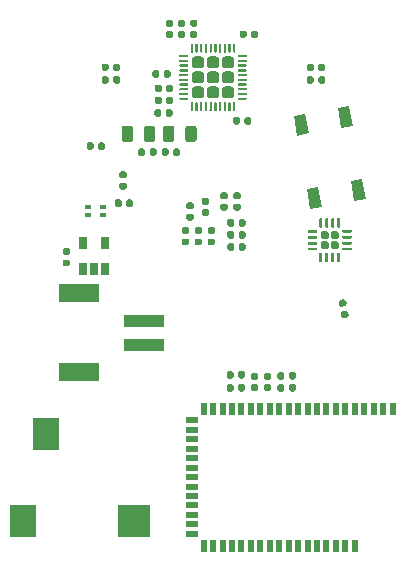
<source format=gbr>
G04 #@! TF.GenerationSoftware,KiCad,Pcbnew,(5.99.0-2290-gd34f8fd4b)*
G04 #@! TF.CreationDate,2020-11-06T19:29:50+01:00*
G04 #@! TF.ProjectId,Tympan-Nya,54796d70-616e-42d4-9e79-612e6b696361,rev?*
G04 #@! TF.SameCoordinates,PX6d878d0PY72e6100*
G04 #@! TF.FileFunction,Paste,Top*
G04 #@! TF.FilePolarity,Positive*
%FSLAX46Y46*%
G04 Gerber Fmt 4.6, Leading zero omitted, Abs format (unit mm)*
G04 Created by KiCad (PCBNEW (5.99.0-2290-gd34f8fd4b)) date 2020-11-06 19:29:50*
%MOMM*%
%LPD*%
G01*
G04 APERTURE LIST*
%ADD10R,2.200000X2.800000*%
%ADD11R,2.800000X2.800000*%
%ADD12R,0.650000X1.060000*%
%ADD13R,0.600000X1.000000*%
%ADD14R,1.000000X0.600000*%
%ADD15R,0.500000X0.400000*%
%ADD16R,3.500000X1.000000*%
%ADD17R,3.400000X1.500000*%
G04 APERTURE END LIST*
G36*
G01*
X-22061000Y48658000D02*
X-22581000Y48658000D01*
G75*
G02*
X-22831000Y48908000I0J250000D01*
G01*
X-22831000Y49428000D01*
G75*
G02*
X-22581000Y49678000I250000J0D01*
G01*
X-22061000Y49678000D01*
G75*
G02*
X-21811000Y49428000I0J-250000D01*
G01*
X-21811000Y48908000D01*
G75*
G02*
X-22061000Y48658000I-250000J0D01*
G01*
G37*
G36*
G01*
X-23331000Y48658000D02*
X-23851000Y48658000D01*
G75*
G02*
X-24101000Y48908000I0J250000D01*
G01*
X-24101000Y49428000D01*
G75*
G02*
X-23851000Y49678000I250000J0D01*
G01*
X-23331000Y49678000D01*
G75*
G02*
X-23081000Y49428000I0J-250000D01*
G01*
X-23081000Y48908000D01*
G75*
G02*
X-23331000Y48658000I-250000J0D01*
G01*
G37*
G36*
G01*
X-24601000Y48658000D02*
X-25121000Y48658000D01*
G75*
G02*
X-25371000Y48908000I0J250000D01*
G01*
X-25371000Y49428000D01*
G75*
G02*
X-25121000Y49678000I250000J0D01*
G01*
X-24601000Y49678000D01*
G75*
G02*
X-24351000Y49428000I0J-250000D01*
G01*
X-24351000Y48908000D01*
G75*
G02*
X-24601000Y48658000I-250000J0D01*
G01*
G37*
G36*
G01*
X-22061000Y47388000D02*
X-22581000Y47388000D01*
G75*
G02*
X-22831000Y47638000I0J250000D01*
G01*
X-22831000Y48158000D01*
G75*
G02*
X-22581000Y48408000I250000J0D01*
G01*
X-22061000Y48408000D01*
G75*
G02*
X-21811000Y48158000I0J-250000D01*
G01*
X-21811000Y47638000D01*
G75*
G02*
X-22061000Y47388000I-250000J0D01*
G01*
G37*
G36*
G01*
X-23331000Y47388000D02*
X-23851000Y47388000D01*
G75*
G02*
X-24101000Y47638000I0J250000D01*
G01*
X-24101000Y48158000D01*
G75*
G02*
X-23851000Y48408000I250000J0D01*
G01*
X-23331000Y48408000D01*
G75*
G02*
X-23081000Y48158000I0J-250000D01*
G01*
X-23081000Y47638000D01*
G75*
G02*
X-23331000Y47388000I-250000J0D01*
G01*
G37*
G36*
G01*
X-24601000Y47388000D02*
X-25121000Y47388000D01*
G75*
G02*
X-25371000Y47638000I0J250000D01*
G01*
X-25371000Y48158000D01*
G75*
G02*
X-25121000Y48408000I250000J0D01*
G01*
X-24601000Y48408000D01*
G75*
G02*
X-24351000Y48158000I0J-250000D01*
G01*
X-24351000Y47638000D01*
G75*
G02*
X-24601000Y47388000I-250000J0D01*
G01*
G37*
G36*
G01*
X-22061000Y46118000D02*
X-22581000Y46118000D01*
G75*
G02*
X-22831000Y46368000I0J250000D01*
G01*
X-22831000Y46888000D01*
G75*
G02*
X-22581000Y47138000I250000J0D01*
G01*
X-22061000Y47138000D01*
G75*
G02*
X-21811000Y46888000I0J-250000D01*
G01*
X-21811000Y46368000D01*
G75*
G02*
X-22061000Y46118000I-250000J0D01*
G01*
G37*
G36*
G01*
X-23331000Y46118000D02*
X-23851000Y46118000D01*
G75*
G02*
X-24101000Y46368000I0J250000D01*
G01*
X-24101000Y46888000D01*
G75*
G02*
X-23851000Y47138000I250000J0D01*
G01*
X-23331000Y47138000D01*
G75*
G02*
X-23081000Y46888000I0J-250000D01*
G01*
X-23081000Y46368000D01*
G75*
G02*
X-23331000Y46118000I-250000J0D01*
G01*
G37*
G36*
G01*
X-24601000Y46118000D02*
X-25121000Y46118000D01*
G75*
G02*
X-25371000Y46368000I0J250000D01*
G01*
X-25371000Y46888000D01*
G75*
G02*
X-25121000Y47138000I250000J0D01*
G01*
X-24601000Y47138000D01*
G75*
G02*
X-24351000Y46888000I0J-250000D01*
G01*
X-24351000Y46368000D01*
G75*
G02*
X-24601000Y46118000I-250000J0D01*
G01*
G37*
G36*
G01*
X-25741000Y45998000D02*
X-26391000Y45998000D01*
G75*
G02*
X-26441000Y46048000I0J50000D01*
G01*
X-26441000Y46148000D01*
G75*
G02*
X-26391000Y46198000I50000J0D01*
G01*
X-25741000Y46198000D01*
G75*
G02*
X-25691000Y46148000I0J-50000D01*
G01*
X-25691000Y46048000D01*
G75*
G02*
X-25741000Y45998000I-50000J0D01*
G01*
G37*
G36*
G01*
X-25741000Y46398000D02*
X-26391000Y46398000D01*
G75*
G02*
X-26441000Y46448000I0J50000D01*
G01*
X-26441000Y46548000D01*
G75*
G02*
X-26391000Y46598000I50000J0D01*
G01*
X-25741000Y46598000D01*
G75*
G02*
X-25691000Y46548000I0J-50000D01*
G01*
X-25691000Y46448000D01*
G75*
G02*
X-25741000Y46398000I-50000J0D01*
G01*
G37*
G36*
G01*
X-25741000Y46798000D02*
X-26391000Y46798000D01*
G75*
G02*
X-26441000Y46848000I0J50000D01*
G01*
X-26441000Y46948000D01*
G75*
G02*
X-26391000Y46998000I50000J0D01*
G01*
X-25741000Y46998000D01*
G75*
G02*
X-25691000Y46948000I0J-50000D01*
G01*
X-25691000Y46848000D01*
G75*
G02*
X-25741000Y46798000I-50000J0D01*
G01*
G37*
G36*
G01*
X-25741000Y47198000D02*
X-26391000Y47198000D01*
G75*
G02*
X-26441000Y47248000I0J50000D01*
G01*
X-26441000Y47348000D01*
G75*
G02*
X-26391000Y47398000I50000J0D01*
G01*
X-25741000Y47398000D01*
G75*
G02*
X-25691000Y47348000I0J-50000D01*
G01*
X-25691000Y47248000D01*
G75*
G02*
X-25741000Y47198000I-50000J0D01*
G01*
G37*
G36*
G01*
X-25741000Y47598000D02*
X-26391000Y47598000D01*
G75*
G02*
X-26441000Y47648000I0J50000D01*
G01*
X-26441000Y47748000D01*
G75*
G02*
X-26391000Y47798000I50000J0D01*
G01*
X-25741000Y47798000D01*
G75*
G02*
X-25691000Y47748000I0J-50000D01*
G01*
X-25691000Y47648000D01*
G75*
G02*
X-25741000Y47598000I-50000J0D01*
G01*
G37*
G36*
G01*
X-25741000Y47998000D02*
X-26391000Y47998000D01*
G75*
G02*
X-26441000Y48048000I0J50000D01*
G01*
X-26441000Y48148000D01*
G75*
G02*
X-26391000Y48198000I50000J0D01*
G01*
X-25741000Y48198000D01*
G75*
G02*
X-25691000Y48148000I0J-50000D01*
G01*
X-25691000Y48048000D01*
G75*
G02*
X-25741000Y47998000I-50000J0D01*
G01*
G37*
G36*
G01*
X-25741000Y48398000D02*
X-26391000Y48398000D01*
G75*
G02*
X-26441000Y48448000I0J50000D01*
G01*
X-26441000Y48548000D01*
G75*
G02*
X-26391000Y48598000I50000J0D01*
G01*
X-25741000Y48598000D01*
G75*
G02*
X-25691000Y48548000I0J-50000D01*
G01*
X-25691000Y48448000D01*
G75*
G02*
X-25741000Y48398000I-50000J0D01*
G01*
G37*
G36*
G01*
X-25741000Y48798000D02*
X-26391000Y48798000D01*
G75*
G02*
X-26441000Y48848000I0J50000D01*
G01*
X-26441000Y48948000D01*
G75*
G02*
X-26391000Y48998000I50000J0D01*
G01*
X-25741000Y48998000D01*
G75*
G02*
X-25691000Y48948000I0J-50000D01*
G01*
X-25691000Y48848000D01*
G75*
G02*
X-25741000Y48798000I-50000J0D01*
G01*
G37*
G36*
G01*
X-25741000Y49198000D02*
X-26391000Y49198000D01*
G75*
G02*
X-26441000Y49248000I0J50000D01*
G01*
X-26441000Y49348000D01*
G75*
G02*
X-26391000Y49398000I50000J0D01*
G01*
X-25741000Y49398000D01*
G75*
G02*
X-25691000Y49348000I0J-50000D01*
G01*
X-25691000Y49248000D01*
G75*
G02*
X-25741000Y49198000I-50000J0D01*
G01*
G37*
G36*
G01*
X-25741000Y49598000D02*
X-26391000Y49598000D01*
G75*
G02*
X-26441000Y49648000I0J50000D01*
G01*
X-26441000Y49748000D01*
G75*
G02*
X-26391000Y49798000I50000J0D01*
G01*
X-25741000Y49798000D01*
G75*
G02*
X-25691000Y49748000I0J-50000D01*
G01*
X-25691000Y49648000D01*
G75*
G02*
X-25741000Y49598000I-50000J0D01*
G01*
G37*
G36*
G01*
X-25341000Y49998000D02*
X-25441000Y49998000D01*
G75*
G02*
X-25491000Y50048000I0J50000D01*
G01*
X-25491000Y50698000D01*
G75*
G02*
X-25441000Y50748000I50000J0D01*
G01*
X-25341000Y50748000D01*
G75*
G02*
X-25291000Y50698000I0J-50000D01*
G01*
X-25291000Y50048000D01*
G75*
G02*
X-25341000Y49998000I-50000J0D01*
G01*
G37*
G36*
G01*
X-24941000Y49998000D02*
X-25041000Y49998000D01*
G75*
G02*
X-25091000Y50048000I0J50000D01*
G01*
X-25091000Y50698000D01*
G75*
G02*
X-25041000Y50748000I50000J0D01*
G01*
X-24941000Y50748000D01*
G75*
G02*
X-24891000Y50698000I0J-50000D01*
G01*
X-24891000Y50048000D01*
G75*
G02*
X-24941000Y49998000I-50000J0D01*
G01*
G37*
G36*
G01*
X-24541000Y49998000D02*
X-24641000Y49998000D01*
G75*
G02*
X-24691000Y50048000I0J50000D01*
G01*
X-24691000Y50698000D01*
G75*
G02*
X-24641000Y50748000I50000J0D01*
G01*
X-24541000Y50748000D01*
G75*
G02*
X-24491000Y50698000I0J-50000D01*
G01*
X-24491000Y50048000D01*
G75*
G02*
X-24541000Y49998000I-50000J0D01*
G01*
G37*
G36*
G01*
X-24141000Y49998000D02*
X-24241000Y49998000D01*
G75*
G02*
X-24291000Y50048000I0J50000D01*
G01*
X-24291000Y50698000D01*
G75*
G02*
X-24241000Y50748000I50000J0D01*
G01*
X-24141000Y50748000D01*
G75*
G02*
X-24091000Y50698000I0J-50000D01*
G01*
X-24091000Y50048000D01*
G75*
G02*
X-24141000Y49998000I-50000J0D01*
G01*
G37*
G36*
G01*
X-23741000Y49998000D02*
X-23841000Y49998000D01*
G75*
G02*
X-23891000Y50048000I0J50000D01*
G01*
X-23891000Y50698000D01*
G75*
G02*
X-23841000Y50748000I50000J0D01*
G01*
X-23741000Y50748000D01*
G75*
G02*
X-23691000Y50698000I0J-50000D01*
G01*
X-23691000Y50048000D01*
G75*
G02*
X-23741000Y49998000I-50000J0D01*
G01*
G37*
G36*
G01*
X-23341000Y49998000D02*
X-23441000Y49998000D01*
G75*
G02*
X-23491000Y50048000I0J50000D01*
G01*
X-23491000Y50698000D01*
G75*
G02*
X-23441000Y50748000I50000J0D01*
G01*
X-23341000Y50748000D01*
G75*
G02*
X-23291000Y50698000I0J-50000D01*
G01*
X-23291000Y50048000D01*
G75*
G02*
X-23341000Y49998000I-50000J0D01*
G01*
G37*
G36*
G01*
X-22941000Y49998000D02*
X-23041000Y49998000D01*
G75*
G02*
X-23091000Y50048000I0J50000D01*
G01*
X-23091000Y50698000D01*
G75*
G02*
X-23041000Y50748000I50000J0D01*
G01*
X-22941000Y50748000D01*
G75*
G02*
X-22891000Y50698000I0J-50000D01*
G01*
X-22891000Y50048000D01*
G75*
G02*
X-22941000Y49998000I-50000J0D01*
G01*
G37*
G36*
G01*
X-22541000Y49998000D02*
X-22641000Y49998000D01*
G75*
G02*
X-22691000Y50048000I0J50000D01*
G01*
X-22691000Y50698000D01*
G75*
G02*
X-22641000Y50748000I50000J0D01*
G01*
X-22541000Y50748000D01*
G75*
G02*
X-22491000Y50698000I0J-50000D01*
G01*
X-22491000Y50048000D01*
G75*
G02*
X-22541000Y49998000I-50000J0D01*
G01*
G37*
G36*
G01*
X-22141000Y49998000D02*
X-22241000Y49998000D01*
G75*
G02*
X-22291000Y50048000I0J50000D01*
G01*
X-22291000Y50698000D01*
G75*
G02*
X-22241000Y50748000I50000J0D01*
G01*
X-22141000Y50748000D01*
G75*
G02*
X-22091000Y50698000I0J-50000D01*
G01*
X-22091000Y50048000D01*
G75*
G02*
X-22141000Y49998000I-50000J0D01*
G01*
G37*
G36*
G01*
X-21741000Y49998000D02*
X-21841000Y49998000D01*
G75*
G02*
X-21891000Y50048000I0J50000D01*
G01*
X-21891000Y50698000D01*
G75*
G02*
X-21841000Y50748000I50000J0D01*
G01*
X-21741000Y50748000D01*
G75*
G02*
X-21691000Y50698000I0J-50000D01*
G01*
X-21691000Y50048000D01*
G75*
G02*
X-21741000Y49998000I-50000J0D01*
G01*
G37*
G36*
G01*
X-20791000Y49598000D02*
X-21441000Y49598000D01*
G75*
G02*
X-21491000Y49648000I0J50000D01*
G01*
X-21491000Y49748000D01*
G75*
G02*
X-21441000Y49798000I50000J0D01*
G01*
X-20791000Y49798000D01*
G75*
G02*
X-20741000Y49748000I0J-50000D01*
G01*
X-20741000Y49648000D01*
G75*
G02*
X-20791000Y49598000I-50000J0D01*
G01*
G37*
G36*
G01*
X-20791000Y49198000D02*
X-21441000Y49198000D01*
G75*
G02*
X-21491000Y49248000I0J50000D01*
G01*
X-21491000Y49348000D01*
G75*
G02*
X-21441000Y49398000I50000J0D01*
G01*
X-20791000Y49398000D01*
G75*
G02*
X-20741000Y49348000I0J-50000D01*
G01*
X-20741000Y49248000D01*
G75*
G02*
X-20791000Y49198000I-50000J0D01*
G01*
G37*
G36*
G01*
X-20791000Y48798000D02*
X-21441000Y48798000D01*
G75*
G02*
X-21491000Y48848000I0J50000D01*
G01*
X-21491000Y48948000D01*
G75*
G02*
X-21441000Y48998000I50000J0D01*
G01*
X-20791000Y48998000D01*
G75*
G02*
X-20741000Y48948000I0J-50000D01*
G01*
X-20741000Y48848000D01*
G75*
G02*
X-20791000Y48798000I-50000J0D01*
G01*
G37*
G36*
G01*
X-20791000Y48398000D02*
X-21441000Y48398000D01*
G75*
G02*
X-21491000Y48448000I0J50000D01*
G01*
X-21491000Y48548000D01*
G75*
G02*
X-21441000Y48598000I50000J0D01*
G01*
X-20791000Y48598000D01*
G75*
G02*
X-20741000Y48548000I0J-50000D01*
G01*
X-20741000Y48448000D01*
G75*
G02*
X-20791000Y48398000I-50000J0D01*
G01*
G37*
G36*
G01*
X-20791000Y47998000D02*
X-21441000Y47998000D01*
G75*
G02*
X-21491000Y48048000I0J50000D01*
G01*
X-21491000Y48148000D01*
G75*
G02*
X-21441000Y48198000I50000J0D01*
G01*
X-20791000Y48198000D01*
G75*
G02*
X-20741000Y48148000I0J-50000D01*
G01*
X-20741000Y48048000D01*
G75*
G02*
X-20791000Y47998000I-50000J0D01*
G01*
G37*
G36*
G01*
X-20791000Y47598000D02*
X-21441000Y47598000D01*
G75*
G02*
X-21491000Y47648000I0J50000D01*
G01*
X-21491000Y47748000D01*
G75*
G02*
X-21441000Y47798000I50000J0D01*
G01*
X-20791000Y47798000D01*
G75*
G02*
X-20741000Y47748000I0J-50000D01*
G01*
X-20741000Y47648000D01*
G75*
G02*
X-20791000Y47598000I-50000J0D01*
G01*
G37*
G36*
G01*
X-20791000Y47198000D02*
X-21441000Y47198000D01*
G75*
G02*
X-21491000Y47248000I0J50000D01*
G01*
X-21491000Y47348000D01*
G75*
G02*
X-21441000Y47398000I50000J0D01*
G01*
X-20791000Y47398000D01*
G75*
G02*
X-20741000Y47348000I0J-50000D01*
G01*
X-20741000Y47248000D01*
G75*
G02*
X-20791000Y47198000I-50000J0D01*
G01*
G37*
G36*
G01*
X-20791000Y46798000D02*
X-21441000Y46798000D01*
G75*
G02*
X-21491000Y46848000I0J50000D01*
G01*
X-21491000Y46948000D01*
G75*
G02*
X-21441000Y46998000I50000J0D01*
G01*
X-20791000Y46998000D01*
G75*
G02*
X-20741000Y46948000I0J-50000D01*
G01*
X-20741000Y46848000D01*
G75*
G02*
X-20791000Y46798000I-50000J0D01*
G01*
G37*
G36*
G01*
X-20791000Y46398000D02*
X-21441000Y46398000D01*
G75*
G02*
X-21491000Y46448000I0J50000D01*
G01*
X-21491000Y46548000D01*
G75*
G02*
X-21441000Y46598000I50000J0D01*
G01*
X-20791000Y46598000D01*
G75*
G02*
X-20741000Y46548000I0J-50000D01*
G01*
X-20741000Y46448000D01*
G75*
G02*
X-20791000Y46398000I-50000J0D01*
G01*
G37*
G36*
G01*
X-20791000Y45998000D02*
X-21441000Y45998000D01*
G75*
G02*
X-21491000Y46048000I0J50000D01*
G01*
X-21491000Y46148000D01*
G75*
G02*
X-21441000Y46198000I50000J0D01*
G01*
X-20791000Y46198000D01*
G75*
G02*
X-20741000Y46148000I0J-50000D01*
G01*
X-20741000Y46048000D01*
G75*
G02*
X-20791000Y45998000I-50000J0D01*
G01*
G37*
G36*
G01*
X-21741000Y45048000D02*
X-21841000Y45048000D01*
G75*
G02*
X-21891000Y45098000I0J50000D01*
G01*
X-21891000Y45748000D01*
G75*
G02*
X-21841000Y45798000I50000J0D01*
G01*
X-21741000Y45798000D01*
G75*
G02*
X-21691000Y45748000I0J-50000D01*
G01*
X-21691000Y45098000D01*
G75*
G02*
X-21741000Y45048000I-50000J0D01*
G01*
G37*
G36*
G01*
X-22141000Y45048000D02*
X-22241000Y45048000D01*
G75*
G02*
X-22291000Y45098000I0J50000D01*
G01*
X-22291000Y45748000D01*
G75*
G02*
X-22241000Y45798000I50000J0D01*
G01*
X-22141000Y45798000D01*
G75*
G02*
X-22091000Y45748000I0J-50000D01*
G01*
X-22091000Y45098000D01*
G75*
G02*
X-22141000Y45048000I-50000J0D01*
G01*
G37*
G36*
G01*
X-22541000Y45048000D02*
X-22641000Y45048000D01*
G75*
G02*
X-22691000Y45098000I0J50000D01*
G01*
X-22691000Y45748000D01*
G75*
G02*
X-22641000Y45798000I50000J0D01*
G01*
X-22541000Y45798000D01*
G75*
G02*
X-22491000Y45748000I0J-50000D01*
G01*
X-22491000Y45098000D01*
G75*
G02*
X-22541000Y45048000I-50000J0D01*
G01*
G37*
G36*
G01*
X-22941000Y45048000D02*
X-23041000Y45048000D01*
G75*
G02*
X-23091000Y45098000I0J50000D01*
G01*
X-23091000Y45748000D01*
G75*
G02*
X-23041000Y45798000I50000J0D01*
G01*
X-22941000Y45798000D01*
G75*
G02*
X-22891000Y45748000I0J-50000D01*
G01*
X-22891000Y45098000D01*
G75*
G02*
X-22941000Y45048000I-50000J0D01*
G01*
G37*
G36*
G01*
X-23341000Y45048000D02*
X-23441000Y45048000D01*
G75*
G02*
X-23491000Y45098000I0J50000D01*
G01*
X-23491000Y45748000D01*
G75*
G02*
X-23441000Y45798000I50000J0D01*
G01*
X-23341000Y45798000D01*
G75*
G02*
X-23291000Y45748000I0J-50000D01*
G01*
X-23291000Y45098000D01*
G75*
G02*
X-23341000Y45048000I-50000J0D01*
G01*
G37*
G36*
G01*
X-23741000Y45048000D02*
X-23841000Y45048000D01*
G75*
G02*
X-23891000Y45098000I0J50000D01*
G01*
X-23891000Y45748000D01*
G75*
G02*
X-23841000Y45798000I50000J0D01*
G01*
X-23741000Y45798000D01*
G75*
G02*
X-23691000Y45748000I0J-50000D01*
G01*
X-23691000Y45098000D01*
G75*
G02*
X-23741000Y45048000I-50000J0D01*
G01*
G37*
G36*
G01*
X-24141000Y45048000D02*
X-24241000Y45048000D01*
G75*
G02*
X-24291000Y45098000I0J50000D01*
G01*
X-24291000Y45748000D01*
G75*
G02*
X-24241000Y45798000I50000J0D01*
G01*
X-24141000Y45798000D01*
G75*
G02*
X-24091000Y45748000I0J-50000D01*
G01*
X-24091000Y45098000D01*
G75*
G02*
X-24141000Y45048000I-50000J0D01*
G01*
G37*
G36*
G01*
X-24541000Y45048000D02*
X-24641000Y45048000D01*
G75*
G02*
X-24691000Y45098000I0J50000D01*
G01*
X-24691000Y45748000D01*
G75*
G02*
X-24641000Y45798000I50000J0D01*
G01*
X-24541000Y45798000D01*
G75*
G02*
X-24491000Y45748000I0J-50000D01*
G01*
X-24491000Y45098000D01*
G75*
G02*
X-24541000Y45048000I-50000J0D01*
G01*
G37*
G36*
G01*
X-24941000Y45048000D02*
X-25041000Y45048000D01*
G75*
G02*
X-25091000Y45098000I0J50000D01*
G01*
X-25091000Y45748000D01*
G75*
G02*
X-25041000Y45798000I50000J0D01*
G01*
X-24941000Y45798000D01*
G75*
G02*
X-24891000Y45748000I0J-50000D01*
G01*
X-24891000Y45098000D01*
G75*
G02*
X-24941000Y45048000I-50000J0D01*
G01*
G37*
G36*
G01*
X-25341000Y45048000D02*
X-25441000Y45048000D01*
G75*
G02*
X-25491000Y45098000I0J50000D01*
G01*
X-25491000Y45748000D01*
G75*
G02*
X-25441000Y45798000I50000J0D01*
G01*
X-25341000Y45798000D01*
G75*
G02*
X-25291000Y45748000I0J-50000D01*
G01*
X-25291000Y45098000D01*
G75*
G02*
X-25341000Y45048000I-50000J0D01*
G01*
G37*
G36*
X-15671348Y38448587D02*
G01*
X-14686540Y38622235D01*
X-14391338Y36948061D01*
X-15376146Y36774413D01*
X-15671348Y38448587D01*
G37*
G36*
X-16765331Y44652876D02*
G01*
X-15780523Y44826524D01*
X-15485321Y43152350D01*
X-16470129Y42978702D01*
X-16765331Y44652876D01*
G37*
G36*
X-11929079Y39108450D02*
G01*
X-10944271Y39282098D01*
X-10649069Y37607924D01*
X-11633877Y37434276D01*
X-11929079Y39108450D01*
G37*
G36*
X-13023062Y45312739D02*
G01*
X-12038254Y45486387D01*
X-11743052Y43812213D01*
X-12727860Y43638565D01*
X-13023062Y45312739D01*
G37*
G36*
G01*
X-29462400Y42655350D02*
X-29462400Y43567850D01*
G75*
G02*
X-29218650Y43811600I243750J0D01*
G01*
X-28731150Y43811600D01*
G75*
G02*
X-28487400Y43567850I0J-243750D01*
G01*
X-28487400Y42655350D01*
G75*
G02*
X-28731150Y42411600I-243750J0D01*
G01*
X-29218650Y42411600D01*
G75*
G02*
X-29462400Y42655350I0J243750D01*
G01*
G37*
G36*
G01*
X-31337400Y42655350D02*
X-31337400Y43567850D01*
G75*
G02*
X-31093650Y43811600I243750J0D01*
G01*
X-30606150Y43811600D01*
G75*
G02*
X-30362400Y43567850I0J-243750D01*
G01*
X-30362400Y42655350D01*
G75*
G02*
X-30606150Y42411600I-243750J0D01*
G01*
X-31093650Y42411600D01*
G75*
G02*
X-31337400Y42655350I0J243750D01*
G01*
G37*
G36*
G01*
X-26857200Y43567850D02*
X-26857200Y42655350D01*
G75*
G02*
X-27100950Y42411600I-243750J0D01*
G01*
X-27588450Y42411600D01*
G75*
G02*
X-27832200Y42655350I0J243750D01*
G01*
X-27832200Y43567850D01*
G75*
G02*
X-27588450Y43811600I243750J0D01*
G01*
X-27100950Y43811600D01*
G75*
G02*
X-26857200Y43567850I0J-243750D01*
G01*
G37*
G36*
G01*
X-24982200Y43567850D02*
X-24982200Y42655350D01*
G75*
G02*
X-25225950Y42411600I-243750J0D01*
G01*
X-25713450Y42411600D01*
G75*
G02*
X-25957200Y42655350I0J243750D01*
G01*
X-25957200Y43567850D01*
G75*
G02*
X-25713450Y43811600I243750J0D01*
G01*
X-25225950Y43811600D01*
G75*
G02*
X-24982200Y43567850I0J-243750D01*
G01*
G37*
D10*
X-37710000Y17703200D03*
X-39710000Y10303200D03*
D11*
X-30310000Y10303200D03*
D12*
X-34621600Y33873800D03*
X-32721600Y33873800D03*
X-32721600Y31673800D03*
X-33671600Y31673800D03*
X-34621600Y31673800D03*
G36*
G01*
X-15582200Y34807500D02*
X-15582200Y34932500D01*
G75*
G02*
X-15519700Y34995000I62500J0D01*
G01*
X-14819700Y34995000D01*
G75*
G02*
X-14757200Y34932500I0J-62500D01*
G01*
X-14757200Y34807500D01*
G75*
G02*
X-14819700Y34745000I-62500J0D01*
G01*
X-15519700Y34745000D01*
G75*
G02*
X-15582200Y34807500I0J62500D01*
G01*
G37*
G36*
G01*
X-15582200Y34307500D02*
X-15582200Y34432500D01*
G75*
G02*
X-15519700Y34495000I62500J0D01*
G01*
X-14819700Y34495000D01*
G75*
G02*
X-14757200Y34432500I0J-62500D01*
G01*
X-14757200Y34307500D01*
G75*
G02*
X-14819700Y34245000I-62500J0D01*
G01*
X-15519700Y34245000D01*
G75*
G02*
X-15582200Y34307500I0J62500D01*
G01*
G37*
G36*
G01*
X-15582200Y33807500D02*
X-15582200Y33932500D01*
G75*
G02*
X-15519700Y33995000I62500J0D01*
G01*
X-14819700Y33995000D01*
G75*
G02*
X-14757200Y33932500I0J-62500D01*
G01*
X-14757200Y33807500D01*
G75*
G02*
X-14819700Y33745000I-62500J0D01*
G01*
X-15519700Y33745000D01*
G75*
G02*
X-15582200Y33807500I0J62500D01*
G01*
G37*
G36*
G01*
X-15582200Y33307500D02*
X-15582200Y33432500D01*
G75*
G02*
X-15519700Y33495000I62500J0D01*
G01*
X-14819700Y33495000D01*
G75*
G02*
X-14757200Y33432500I0J-62500D01*
G01*
X-14757200Y33307500D01*
G75*
G02*
X-14819700Y33245000I-62500J0D01*
G01*
X-15519700Y33245000D01*
G75*
G02*
X-15582200Y33307500I0J62500D01*
G01*
G37*
G36*
G01*
X-14582200Y32307500D02*
X-14582200Y33007500D01*
G75*
G02*
X-14519700Y33070000I62500J0D01*
G01*
X-14394700Y33070000D01*
G75*
G02*
X-14332200Y33007500I0J-62500D01*
G01*
X-14332200Y32307500D01*
G75*
G02*
X-14394700Y32245000I-62500J0D01*
G01*
X-14519700Y32245000D01*
G75*
G02*
X-14582200Y32307500I0J62500D01*
G01*
G37*
G36*
G01*
X-14082200Y32307500D02*
X-14082200Y33007500D01*
G75*
G02*
X-14019700Y33070000I62500J0D01*
G01*
X-13894700Y33070000D01*
G75*
G02*
X-13832200Y33007500I0J-62500D01*
G01*
X-13832200Y32307500D01*
G75*
G02*
X-13894700Y32245000I-62500J0D01*
G01*
X-14019700Y32245000D01*
G75*
G02*
X-14082200Y32307500I0J62500D01*
G01*
G37*
G36*
G01*
X-13582200Y32307500D02*
X-13582200Y33007500D01*
G75*
G02*
X-13519700Y33070000I62500J0D01*
G01*
X-13394700Y33070000D01*
G75*
G02*
X-13332200Y33007500I0J-62500D01*
G01*
X-13332200Y32307500D01*
G75*
G02*
X-13394700Y32245000I-62500J0D01*
G01*
X-13519700Y32245000D01*
G75*
G02*
X-13582200Y32307500I0J62500D01*
G01*
G37*
G36*
G01*
X-13082200Y32307500D02*
X-13082200Y33007500D01*
G75*
G02*
X-13019700Y33070000I62500J0D01*
G01*
X-12894700Y33070000D01*
G75*
G02*
X-12832200Y33007500I0J-62500D01*
G01*
X-12832200Y32307500D01*
G75*
G02*
X-12894700Y32245000I-62500J0D01*
G01*
X-13019700Y32245000D01*
G75*
G02*
X-13082200Y32307500I0J62500D01*
G01*
G37*
G36*
G01*
X-12657200Y33307500D02*
X-12657200Y33432500D01*
G75*
G02*
X-12594700Y33495000I62500J0D01*
G01*
X-11894700Y33495000D01*
G75*
G02*
X-11832200Y33432500I0J-62500D01*
G01*
X-11832200Y33307500D01*
G75*
G02*
X-11894700Y33245000I-62500J0D01*
G01*
X-12594700Y33245000D01*
G75*
G02*
X-12657200Y33307500I0J62500D01*
G01*
G37*
G36*
G01*
X-12657200Y33807500D02*
X-12657200Y33932500D01*
G75*
G02*
X-12594700Y33995000I62500J0D01*
G01*
X-11894700Y33995000D01*
G75*
G02*
X-11832200Y33932500I0J-62500D01*
G01*
X-11832200Y33807500D01*
G75*
G02*
X-11894700Y33745000I-62500J0D01*
G01*
X-12594700Y33745000D01*
G75*
G02*
X-12657200Y33807500I0J62500D01*
G01*
G37*
G36*
G01*
X-12657200Y34307500D02*
X-12657200Y34432500D01*
G75*
G02*
X-12594700Y34495000I62500J0D01*
G01*
X-11894700Y34495000D01*
G75*
G02*
X-11832200Y34432500I0J-62500D01*
G01*
X-11832200Y34307500D01*
G75*
G02*
X-11894700Y34245000I-62500J0D01*
G01*
X-12594700Y34245000D01*
G75*
G02*
X-12657200Y34307500I0J62500D01*
G01*
G37*
G36*
G01*
X-12657200Y34807500D02*
X-12657200Y34932500D01*
G75*
G02*
X-12594700Y34995000I62500J0D01*
G01*
X-11894700Y34995000D01*
G75*
G02*
X-11832200Y34932500I0J-62500D01*
G01*
X-11832200Y34807500D01*
G75*
G02*
X-11894700Y34745000I-62500J0D01*
G01*
X-12594700Y34745000D01*
G75*
G02*
X-12657200Y34807500I0J62500D01*
G01*
G37*
G36*
G01*
X-13082200Y35232500D02*
X-13082200Y35932500D01*
G75*
G02*
X-13019700Y35995000I62500J0D01*
G01*
X-12894700Y35995000D01*
G75*
G02*
X-12832200Y35932500I0J-62500D01*
G01*
X-12832200Y35232500D01*
G75*
G02*
X-12894700Y35170000I-62500J0D01*
G01*
X-13019700Y35170000D01*
G75*
G02*
X-13082200Y35232500I0J62500D01*
G01*
G37*
G36*
G01*
X-13582200Y35232500D02*
X-13582200Y35932500D01*
G75*
G02*
X-13519700Y35995000I62500J0D01*
G01*
X-13394700Y35995000D01*
G75*
G02*
X-13332200Y35932500I0J-62500D01*
G01*
X-13332200Y35232500D01*
G75*
G02*
X-13394700Y35170000I-62500J0D01*
G01*
X-13519700Y35170000D01*
G75*
G02*
X-13582200Y35232500I0J62500D01*
G01*
G37*
G36*
G01*
X-14082200Y35232500D02*
X-14082200Y35932500D01*
G75*
G02*
X-14019700Y35995000I62500J0D01*
G01*
X-13894700Y35995000D01*
G75*
G02*
X-13832200Y35932500I0J-62500D01*
G01*
X-13832200Y35232500D01*
G75*
G02*
X-13894700Y35170000I-62500J0D01*
G01*
X-14019700Y35170000D01*
G75*
G02*
X-14082200Y35232500I0J62500D01*
G01*
G37*
G36*
G01*
X-14582200Y35232500D02*
X-14582200Y35932500D01*
G75*
G02*
X-14519700Y35995000I62500J0D01*
G01*
X-14394700Y35995000D01*
G75*
G02*
X-14332200Y35932500I0J-62500D01*
G01*
X-14332200Y35232500D01*
G75*
G02*
X-14394700Y35170000I-62500J0D01*
G01*
X-14519700Y35170000D01*
G75*
G02*
X-14582200Y35232500I0J62500D01*
G01*
G37*
G36*
G01*
X-14477200Y34372500D02*
X-14477200Y34717500D01*
G75*
G02*
X-14304700Y34890000I172500J0D01*
G01*
X-13959700Y34890000D01*
G75*
G02*
X-13787200Y34717500I0J-172500D01*
G01*
X-13787200Y34372500D01*
G75*
G02*
X-13959700Y34200000I-172500J0D01*
G01*
X-14304700Y34200000D01*
G75*
G02*
X-14477200Y34372500I0J172500D01*
G01*
G37*
G36*
G01*
X-14477200Y33522500D02*
X-14477200Y33867500D01*
G75*
G02*
X-14304700Y34040000I172500J0D01*
G01*
X-13959700Y34040000D01*
G75*
G02*
X-13787200Y33867500I0J-172500D01*
G01*
X-13787200Y33522500D01*
G75*
G02*
X-13959700Y33350000I-172500J0D01*
G01*
X-14304700Y33350000D01*
G75*
G02*
X-14477200Y33522500I0J172500D01*
G01*
G37*
G36*
G01*
X-13627200Y34372500D02*
X-13627200Y34717500D01*
G75*
G02*
X-13454700Y34890000I172500J0D01*
G01*
X-13109700Y34890000D01*
G75*
G02*
X-12937200Y34717500I0J-172500D01*
G01*
X-12937200Y34372500D01*
G75*
G02*
X-13109700Y34200000I-172500J0D01*
G01*
X-13454700Y34200000D01*
G75*
G02*
X-13627200Y34372500I0J172500D01*
G01*
G37*
G36*
G01*
X-13627200Y33522500D02*
X-13627200Y33867500D01*
G75*
G02*
X-13454700Y34040000I172500J0D01*
G01*
X-13109700Y34040000D01*
G75*
G02*
X-12937200Y33867500I0J-172500D01*
G01*
X-12937200Y33522500D01*
G75*
G02*
X-13109700Y33350000I-172500J0D01*
G01*
X-13454700Y33350000D01*
G75*
G02*
X-13627200Y33522500I0J172500D01*
G01*
G37*
G36*
G01*
X-21467400Y22545300D02*
X-21467400Y22890300D01*
G75*
G02*
X-21319900Y23037800I147500J0D01*
G01*
X-21024900Y23037800D01*
G75*
G02*
X-20877400Y22890300I0J-147500D01*
G01*
X-20877400Y22545300D01*
G75*
G02*
X-21024900Y22397800I-147500J0D01*
G01*
X-21319900Y22397800D01*
G75*
G02*
X-21467400Y22545300I0J147500D01*
G01*
G37*
G36*
G01*
X-22437400Y22545300D02*
X-22437400Y22890300D01*
G75*
G02*
X-22289900Y23037800I147500J0D01*
G01*
X-21994900Y23037800D01*
G75*
G02*
X-21847400Y22890300I0J-147500D01*
G01*
X-21847400Y22545300D01*
G75*
G02*
X-21994900Y22397800I-147500J0D01*
G01*
X-22289900Y22397800D01*
G75*
G02*
X-22437400Y22545300I0J147500D01*
G01*
G37*
G36*
G01*
X-17554800Y22811700D02*
X-17554800Y22466700D01*
G75*
G02*
X-17702300Y22319200I-147500J0D01*
G01*
X-17997300Y22319200D01*
G75*
G02*
X-18144800Y22466700I0J147500D01*
G01*
X-18144800Y22811700D01*
G75*
G02*
X-17997300Y22959200I147500J0D01*
G01*
X-17702300Y22959200D01*
G75*
G02*
X-17554800Y22811700I0J-147500D01*
G01*
G37*
G36*
G01*
X-16584800Y22811700D02*
X-16584800Y22466700D01*
G75*
G02*
X-16732300Y22319200I-147500J0D01*
G01*
X-17027300Y22319200D01*
G75*
G02*
X-17174800Y22466700I0J147500D01*
G01*
X-17174800Y22811700D01*
G75*
G02*
X-17027300Y22959200I147500J0D01*
G01*
X-16732300Y22959200D01*
G75*
G02*
X-16584800Y22811700I0J-147500D01*
G01*
G37*
G36*
G01*
X-21467400Y21453100D02*
X-21467400Y21798100D01*
G75*
G02*
X-21319900Y21945600I147500J0D01*
G01*
X-21024900Y21945600D01*
G75*
G02*
X-20877400Y21798100I0J-147500D01*
G01*
X-20877400Y21453100D01*
G75*
G02*
X-21024900Y21305600I-147500J0D01*
G01*
X-21319900Y21305600D01*
G75*
G02*
X-21467400Y21453100I0J147500D01*
G01*
G37*
G36*
G01*
X-22437400Y21453100D02*
X-22437400Y21798100D01*
G75*
G02*
X-22289900Y21945600I147500J0D01*
G01*
X-21994900Y21945600D01*
G75*
G02*
X-21847400Y21798100I0J-147500D01*
G01*
X-21847400Y21453100D01*
G75*
G02*
X-21994900Y21305600I-147500J0D01*
G01*
X-22289900Y21305600D01*
G75*
G02*
X-22437400Y21453100I0J147500D01*
G01*
G37*
G36*
G01*
X-17554800Y21798100D02*
X-17554800Y21453100D01*
G75*
G02*
X-17702300Y21305600I-147500J0D01*
G01*
X-17997300Y21305600D01*
G75*
G02*
X-18144800Y21453100I0J147500D01*
G01*
X-18144800Y21798100D01*
G75*
G02*
X-17997300Y21945600I147500J0D01*
G01*
X-17702300Y21945600D01*
G75*
G02*
X-17554800Y21798100I0J-147500D01*
G01*
G37*
G36*
G01*
X-16584800Y21798100D02*
X-16584800Y21453100D01*
G75*
G02*
X-16732300Y21305600I-147500J0D01*
G01*
X-17027300Y21305600D01*
G75*
G02*
X-17174800Y21453100I0J147500D01*
G01*
X-17174800Y21798100D01*
G75*
G02*
X-17027300Y21945600I147500J0D01*
G01*
X-16732300Y21945600D01*
G75*
G02*
X-16584800Y21798100I0J-147500D01*
G01*
G37*
G36*
G01*
X-21416600Y35420700D02*
X-21416600Y35765700D01*
G75*
G02*
X-21269100Y35913200I147500J0D01*
G01*
X-20974100Y35913200D01*
G75*
G02*
X-20826600Y35765700I0J-147500D01*
G01*
X-20826600Y35420700D01*
G75*
G02*
X-20974100Y35273200I-147500J0D01*
G01*
X-21269100Y35273200D01*
G75*
G02*
X-21416600Y35420700I0J147500D01*
G01*
G37*
G36*
G01*
X-22386600Y35420700D02*
X-22386600Y35765700D01*
G75*
G02*
X-22239100Y35913200I147500J0D01*
G01*
X-21944100Y35913200D01*
G75*
G02*
X-21796600Y35765700I0J-147500D01*
G01*
X-21796600Y35420700D01*
G75*
G02*
X-21944100Y35273200I-147500J0D01*
G01*
X-22239100Y35273200D01*
G75*
G02*
X-22386600Y35420700I0J147500D01*
G01*
G37*
G36*
G01*
X-31321600Y37416700D02*
X-31321600Y37071700D01*
G75*
G02*
X-31469100Y36924200I-147500J0D01*
G01*
X-31764100Y36924200D01*
G75*
G02*
X-31911600Y37071700I0J147500D01*
G01*
X-31911600Y37416700D01*
G75*
G02*
X-31764100Y37564200I147500J0D01*
G01*
X-31469100Y37564200D01*
G75*
G02*
X-31321600Y37416700I0J-147500D01*
G01*
G37*
G36*
G01*
X-30351600Y37416700D02*
X-30351600Y37071700D01*
G75*
G02*
X-30499100Y36924200I-147500J0D01*
G01*
X-30794100Y36924200D01*
G75*
G02*
X-30941600Y37071700I0J147500D01*
G01*
X-30941600Y37416700D01*
G75*
G02*
X-30794100Y37564200I147500J0D01*
G01*
X-30499100Y37564200D01*
G75*
G02*
X-30351600Y37416700I0J-147500D01*
G01*
G37*
G36*
G01*
X-28960400Y41389700D02*
X-28960400Y41734700D01*
G75*
G02*
X-28812900Y41882200I147500J0D01*
G01*
X-28517900Y41882200D01*
G75*
G02*
X-28370400Y41734700I0J-147500D01*
G01*
X-28370400Y41389700D01*
G75*
G02*
X-28517900Y41242200I-147500J0D01*
G01*
X-28812900Y41242200D01*
G75*
G02*
X-28960400Y41389700I0J147500D01*
G01*
G37*
G36*
G01*
X-29930400Y41389700D02*
X-29930400Y41734700D01*
G75*
G02*
X-29782900Y41882200I147500J0D01*
G01*
X-29487900Y41882200D01*
G75*
G02*
X-29340400Y41734700I0J-147500D01*
G01*
X-29340400Y41389700D01*
G75*
G02*
X-29487900Y41242200I-147500J0D01*
G01*
X-29782900Y41242200D01*
G75*
G02*
X-29930400Y41389700I0J147500D01*
G01*
G37*
G36*
G01*
X-27359200Y41734700D02*
X-27359200Y41389700D01*
G75*
G02*
X-27506700Y41242200I-147500J0D01*
G01*
X-27801700Y41242200D01*
G75*
G02*
X-27949200Y41389700I0J147500D01*
G01*
X-27949200Y41734700D01*
G75*
G02*
X-27801700Y41882200I147500J0D01*
G01*
X-27506700Y41882200D01*
G75*
G02*
X-27359200Y41734700I0J-147500D01*
G01*
G37*
G36*
G01*
X-26389200Y41734700D02*
X-26389200Y41389700D01*
G75*
G02*
X-26536700Y41242200I-147500J0D01*
G01*
X-26831700Y41242200D01*
G75*
G02*
X-26979200Y41389700I0J147500D01*
G01*
X-26979200Y41734700D01*
G75*
G02*
X-26831700Y41882200I147500J0D01*
G01*
X-26536700Y41882200D01*
G75*
G02*
X-26389200Y41734700I0J-147500D01*
G01*
G37*
G36*
G01*
X-36180900Y32482200D02*
X-35835900Y32482200D01*
G75*
G02*
X-35688400Y32334700I0J-147500D01*
G01*
X-35688400Y32039700D01*
G75*
G02*
X-35835900Y31892200I-147500J0D01*
G01*
X-36180900Y31892200D01*
G75*
G02*
X-36328400Y32039700I0J147500D01*
G01*
X-36328400Y32334700D01*
G75*
G02*
X-36180900Y32482200I147500J0D01*
G01*
G37*
G36*
G01*
X-36180900Y33452200D02*
X-35835900Y33452200D01*
G75*
G02*
X-35688400Y33304700I0J-147500D01*
G01*
X-35688400Y33009700D01*
G75*
G02*
X-35835900Y32862200I-147500J0D01*
G01*
X-36180900Y32862200D01*
G75*
G02*
X-36328400Y33009700I0J147500D01*
G01*
X-36328400Y33304700D01*
G75*
G02*
X-36180900Y33452200I147500J0D01*
G01*
G37*
G36*
G01*
X-20255100Y21918200D02*
X-19910100Y21918200D01*
G75*
G02*
X-19762600Y21770700I0J-147500D01*
G01*
X-19762600Y21475700D01*
G75*
G02*
X-19910100Y21328200I-147500J0D01*
G01*
X-20255100Y21328200D01*
G75*
G02*
X-20402600Y21475700I0J147500D01*
G01*
X-20402600Y21770700D01*
G75*
G02*
X-20255100Y21918200I147500J0D01*
G01*
G37*
G36*
G01*
X-20255100Y22888200D02*
X-19910100Y22888200D01*
G75*
G02*
X-19762600Y22740700I0J-147500D01*
G01*
X-19762600Y22445700D01*
G75*
G02*
X-19910100Y22298200I-147500J0D01*
G01*
X-20255100Y22298200D01*
G75*
G02*
X-20402600Y22445700I0J147500D01*
G01*
X-20402600Y22740700D01*
G75*
G02*
X-20255100Y22888200I147500J0D01*
G01*
G37*
G36*
G01*
X-19137500Y21915800D02*
X-18792500Y21915800D01*
G75*
G02*
X-18645000Y21768300I0J-147500D01*
G01*
X-18645000Y21473300D01*
G75*
G02*
X-18792500Y21325800I-147500J0D01*
G01*
X-19137500Y21325800D01*
G75*
G02*
X-19285000Y21473300I0J147500D01*
G01*
X-19285000Y21768300D01*
G75*
G02*
X-19137500Y21915800I147500J0D01*
G01*
G37*
G36*
G01*
X-19137500Y22885800D02*
X-18792500Y22885800D01*
G75*
G02*
X-18645000Y22738300I0J-147500D01*
G01*
X-18645000Y22443300D01*
G75*
G02*
X-18792500Y22295800I-147500J0D01*
G01*
X-19137500Y22295800D01*
G75*
G02*
X-19285000Y22443300I0J147500D01*
G01*
X-19285000Y22738300D01*
G75*
G02*
X-19137500Y22885800I147500J0D01*
G01*
G37*
G36*
G01*
X-24061819Y37135086D02*
X-24406819Y37135086D01*
G75*
G02*
X-24554319Y37282586I0J147500D01*
G01*
X-24554319Y37577586D01*
G75*
G02*
X-24406819Y37725086I147500J0D01*
G01*
X-24061819Y37725086D01*
G75*
G02*
X-23914319Y37577586I0J-147500D01*
G01*
X-23914319Y37282586D01*
G75*
G02*
X-24061819Y37135086I-147500J0D01*
G01*
G37*
G36*
G01*
X-24061819Y36165086D02*
X-24406819Y36165086D01*
G75*
G02*
X-24554319Y36312586I0J147500D01*
G01*
X-24554319Y36607586D01*
G75*
G02*
X-24406819Y36755086I147500J0D01*
G01*
X-24061819Y36755086D01*
G75*
G02*
X-23914319Y36607586I0J-147500D01*
G01*
X-23914319Y36312586D01*
G75*
G02*
X-24061819Y36165086I-147500J0D01*
G01*
G37*
G36*
G01*
X-25375020Y36739607D02*
X-25720020Y36739607D01*
G75*
G02*
X-25867520Y36887107I0J147500D01*
G01*
X-25867520Y37182107D01*
G75*
G02*
X-25720020Y37329607I147500J0D01*
G01*
X-25375020Y37329607D01*
G75*
G02*
X-25227520Y37182107I0J-147500D01*
G01*
X-25227520Y36887107D01*
G75*
G02*
X-25375020Y36739607I-147500J0D01*
G01*
G37*
G36*
G01*
X-25375020Y35769607D02*
X-25720020Y35769607D01*
G75*
G02*
X-25867520Y35917107I0J147500D01*
G01*
X-25867520Y36212107D01*
G75*
G02*
X-25720020Y36359607I147500J0D01*
G01*
X-25375020Y36359607D01*
G75*
G02*
X-25227520Y36212107I0J-147500D01*
G01*
X-25227520Y35917107D01*
G75*
G02*
X-25375020Y35769607I-147500J0D01*
G01*
G37*
G36*
G01*
X-25004900Y34260200D02*
X-24659900Y34260200D01*
G75*
G02*
X-24512400Y34112700I0J-147500D01*
G01*
X-24512400Y33817700D01*
G75*
G02*
X-24659900Y33670200I-147500J0D01*
G01*
X-25004900Y33670200D01*
G75*
G02*
X-25152400Y33817700I0J147500D01*
G01*
X-25152400Y34112700D01*
G75*
G02*
X-25004900Y34260200I147500J0D01*
G01*
G37*
G36*
G01*
X-25004900Y35230200D02*
X-24659900Y35230200D01*
G75*
G02*
X-24512400Y35082700I0J-147500D01*
G01*
X-24512400Y34787700D01*
G75*
G02*
X-24659900Y34640200I-147500J0D01*
G01*
X-25004900Y34640200D01*
G75*
G02*
X-25152400Y34787700I0J147500D01*
G01*
X-25152400Y35082700D01*
G75*
G02*
X-25004900Y35230200I147500J0D01*
G01*
G37*
G36*
G01*
X-26097100Y34260200D02*
X-25752100Y34260200D01*
G75*
G02*
X-25604600Y34112700I0J-147500D01*
G01*
X-25604600Y33817700D01*
G75*
G02*
X-25752100Y33670200I-147500J0D01*
G01*
X-26097100Y33670200D01*
G75*
G02*
X-26244600Y33817700I0J147500D01*
G01*
X-26244600Y34112700D01*
G75*
G02*
X-26097100Y34260200I147500J0D01*
G01*
G37*
G36*
G01*
X-26097100Y35230200D02*
X-25752100Y35230200D01*
G75*
G02*
X-25604600Y35082700I0J-147500D01*
G01*
X-25604600Y34787700D01*
G75*
G02*
X-25752100Y34640200I-147500J0D01*
G01*
X-26097100Y34640200D01*
G75*
G02*
X-26244600Y34787700I0J147500D01*
G01*
X-26244600Y35082700D01*
G75*
G02*
X-26097100Y35230200I147500J0D01*
G01*
G37*
G36*
G01*
X-21416600Y33363300D02*
X-21416600Y33708300D01*
G75*
G02*
X-21269100Y33855800I147500J0D01*
G01*
X-20974100Y33855800D01*
G75*
G02*
X-20826600Y33708300I0J-147500D01*
G01*
X-20826600Y33363300D01*
G75*
G02*
X-20974100Y33215800I-147500J0D01*
G01*
X-21269100Y33215800D01*
G75*
G02*
X-21416600Y33363300I0J147500D01*
G01*
G37*
G36*
G01*
X-22386600Y33363300D02*
X-22386600Y33708300D01*
G75*
G02*
X-22239100Y33855800I147500J0D01*
G01*
X-21944100Y33855800D01*
G75*
G02*
X-21796600Y33708300I0J-147500D01*
G01*
X-21796600Y33363300D01*
G75*
G02*
X-21944100Y33215800I-147500J0D01*
G01*
X-22239100Y33215800D01*
G75*
G02*
X-22386600Y33363300I0J147500D01*
G01*
G37*
G36*
G01*
X-23912700Y34260200D02*
X-23567700Y34260200D01*
G75*
G02*
X-23420200Y34112700I0J-147500D01*
G01*
X-23420200Y33817700D01*
G75*
G02*
X-23567700Y33670200I-147500J0D01*
G01*
X-23912700Y33670200D01*
G75*
G02*
X-24060200Y33817700I0J147500D01*
G01*
X-24060200Y34112700D01*
G75*
G02*
X-23912700Y34260200I147500J0D01*
G01*
G37*
G36*
G01*
X-23912700Y35230200D02*
X-23567700Y35230200D01*
G75*
G02*
X-23420200Y35082700I0J-147500D01*
G01*
X-23420200Y34787700D01*
G75*
G02*
X-23567700Y34640200I-147500J0D01*
G01*
X-23912700Y34640200D01*
G75*
G02*
X-24060200Y34787700I0J147500D01*
G01*
X-24060200Y35082700D01*
G75*
G02*
X-23912700Y35230200I147500J0D01*
G01*
G37*
G36*
G01*
X-33329200Y41897700D02*
X-33329200Y42242700D01*
G75*
G02*
X-33181700Y42390200I147500J0D01*
G01*
X-32886700Y42390200D01*
G75*
G02*
X-32739200Y42242700I0J-147500D01*
G01*
X-32739200Y41897700D01*
G75*
G02*
X-32886700Y41750200I-147500J0D01*
G01*
X-33181700Y41750200D01*
G75*
G02*
X-33329200Y41897700I0J147500D01*
G01*
G37*
G36*
G01*
X-34299200Y41897700D02*
X-34299200Y42242700D01*
G75*
G02*
X-34151700Y42390200I147500J0D01*
G01*
X-33856700Y42390200D01*
G75*
G02*
X-33709200Y42242700I0J-147500D01*
G01*
X-33709200Y41897700D01*
G75*
G02*
X-33856700Y41750200I-147500J0D01*
G01*
X-34151700Y41750200D01*
G75*
G02*
X-34299200Y41897700I0J147500D01*
G01*
G37*
G36*
G01*
X-31035300Y39364600D02*
X-31380300Y39364600D01*
G75*
G02*
X-31527800Y39512100I0J147500D01*
G01*
X-31527800Y39807100D01*
G75*
G02*
X-31380300Y39954600I147500J0D01*
G01*
X-31035300Y39954600D01*
G75*
G02*
X-30887800Y39807100I0J-147500D01*
G01*
X-30887800Y39512100D01*
G75*
G02*
X-31035300Y39364600I-147500J0D01*
G01*
G37*
G36*
G01*
X-31035300Y38394600D02*
X-31380300Y38394600D01*
G75*
G02*
X-31527800Y38542100I0J147500D01*
G01*
X-31527800Y38837100D01*
G75*
G02*
X-31380300Y38984600I147500J0D01*
G01*
X-31035300Y38984600D01*
G75*
G02*
X-30887800Y38837100I0J-147500D01*
G01*
X-30887800Y38542100D01*
G75*
G02*
X-31035300Y38394600I-147500J0D01*
G01*
G37*
G36*
G01*
X-32439200Y48922900D02*
X-32439200Y48577900D01*
G75*
G02*
X-32586700Y48430400I-147500J0D01*
G01*
X-32881700Y48430400D01*
G75*
G02*
X-33029200Y48577900I0J147500D01*
G01*
X-33029200Y48922900D01*
G75*
G02*
X-32881700Y49070400I147500J0D01*
G01*
X-32586700Y49070400D01*
G75*
G02*
X-32439200Y48922900I0J-147500D01*
G01*
G37*
G36*
G01*
X-31469200Y48922900D02*
X-31469200Y48577900D01*
G75*
G02*
X-31616700Y48430400I-147500J0D01*
G01*
X-31911700Y48430400D01*
G75*
G02*
X-32059200Y48577900I0J147500D01*
G01*
X-32059200Y48922900D01*
G75*
G02*
X-31911700Y49070400I147500J0D01*
G01*
X-31616700Y49070400D01*
G75*
G02*
X-31469200Y48922900I0J-147500D01*
G01*
G37*
G36*
G01*
X-32059200Y47511100D02*
X-32059200Y47856100D01*
G75*
G02*
X-31911700Y48003600I147500J0D01*
G01*
X-31616700Y48003600D01*
G75*
G02*
X-31469200Y47856100I0J-147500D01*
G01*
X-31469200Y47511100D01*
G75*
G02*
X-31616700Y47363600I-147500J0D01*
G01*
X-31911700Y47363600D01*
G75*
G02*
X-32059200Y47511100I0J147500D01*
G01*
G37*
G36*
G01*
X-33029200Y47511100D02*
X-33029200Y47856100D01*
G75*
G02*
X-32881700Y48003600I147500J0D01*
G01*
X-32586700Y48003600D01*
G75*
G02*
X-32439200Y47856100I0J-147500D01*
G01*
X-32439200Y47511100D01*
G75*
G02*
X-32586700Y47363600I-147500J0D01*
G01*
X-32881700Y47363600D01*
G75*
G02*
X-33029200Y47511100I0J147500D01*
G01*
G37*
G36*
G01*
X-14685600Y48577900D02*
X-14685600Y48922900D01*
G75*
G02*
X-14538100Y49070400I147500J0D01*
G01*
X-14243100Y49070400D01*
G75*
G02*
X-14095600Y48922900I0J-147500D01*
G01*
X-14095600Y48577900D01*
G75*
G02*
X-14243100Y48430400I-147500J0D01*
G01*
X-14538100Y48430400D01*
G75*
G02*
X-14685600Y48577900I0J147500D01*
G01*
G37*
G36*
G01*
X-15655600Y48577900D02*
X-15655600Y48922900D01*
G75*
G02*
X-15508100Y49070400I147500J0D01*
G01*
X-15213100Y49070400D01*
G75*
G02*
X-15065600Y48922900I0J-147500D01*
G01*
X-15065600Y48577900D01*
G75*
G02*
X-15213100Y48430400I-147500J0D01*
G01*
X-15508100Y48430400D01*
G75*
G02*
X-15655600Y48577900I0J147500D01*
G01*
G37*
G36*
G01*
X-14685600Y47511100D02*
X-14685600Y47856100D01*
G75*
G02*
X-14538100Y48003600I147500J0D01*
G01*
X-14243100Y48003600D01*
G75*
G02*
X-14095600Y47856100I0J-147500D01*
G01*
X-14095600Y47511100D01*
G75*
G02*
X-14243100Y47363600I-147500J0D01*
G01*
X-14538100Y47363600D01*
G75*
G02*
X-14685600Y47511100I0J147500D01*
G01*
G37*
G36*
G01*
X-15655600Y47511100D02*
X-15655600Y47856100D01*
G75*
G02*
X-15508100Y48003600I147500J0D01*
G01*
X-15213100Y48003600D01*
G75*
G02*
X-15065600Y47856100I0J-147500D01*
G01*
X-15065600Y47511100D01*
G75*
G02*
X-15213100Y47363600I-147500J0D01*
G01*
X-15508100Y47363600D01*
G75*
G02*
X-15655600Y47511100I0J147500D01*
G01*
G37*
G36*
G01*
X-12401914Y28520468D02*
X-12741672Y28460560D01*
G75*
G02*
X-12912544Y28580206I-25613J145259D01*
G01*
X-12963770Y28870724D01*
G75*
G02*
X-12844124Y29041596I145259J25613D01*
G01*
X-12504366Y29101504D01*
G75*
G02*
X-12333494Y28981858I25613J-145259D01*
G01*
X-12282268Y28691340D01*
G75*
G02*
X-12401914Y28520468I-145259J-25613D01*
G01*
G37*
G36*
G01*
X-12233476Y27565204D02*
X-12573234Y27505296D01*
G75*
G02*
X-12744106Y27624942I-25613J145259D01*
G01*
X-12795332Y27915460D01*
G75*
G02*
X-12675686Y28086332I145259J25613D01*
G01*
X-12335928Y28146240D01*
G75*
G02*
X-12165056Y28026594I25613J-145259D01*
G01*
X-12113830Y27736076D01*
G75*
G02*
X-12233476Y27565204I-145259J-25613D01*
G01*
G37*
G36*
G01*
X-20375200Y51371900D02*
X-20375200Y51716900D01*
G75*
G02*
X-20227700Y51864400I147500J0D01*
G01*
X-19932700Y51864400D01*
G75*
G02*
X-19785200Y51716900I0J-147500D01*
G01*
X-19785200Y51371900D01*
G75*
G02*
X-19932700Y51224400I-147500J0D01*
G01*
X-20227700Y51224400D01*
G75*
G02*
X-20375200Y51371900I0J147500D01*
G01*
G37*
G36*
G01*
X-21345200Y51371900D02*
X-21345200Y51716900D01*
G75*
G02*
X-21197700Y51864400I147500J0D01*
G01*
X-20902700Y51864400D01*
G75*
G02*
X-20755200Y51716900I0J-147500D01*
G01*
X-20755200Y51371900D01*
G75*
G02*
X-20902700Y51224400I-147500J0D01*
G01*
X-21197700Y51224400D01*
G75*
G02*
X-21345200Y51371900I0J147500D01*
G01*
G37*
G36*
G01*
X-27943400Y46128900D02*
X-27943400Y45783900D01*
G75*
G02*
X-28090900Y45636400I-147500J0D01*
G01*
X-28385900Y45636400D01*
G75*
G02*
X-28533400Y45783900I0J147500D01*
G01*
X-28533400Y46128900D01*
G75*
G02*
X-28385900Y46276400I147500J0D01*
G01*
X-28090900Y46276400D01*
G75*
G02*
X-27943400Y46128900I0J-147500D01*
G01*
G37*
G36*
G01*
X-26973400Y46128900D02*
X-26973400Y45783900D01*
G75*
G02*
X-27120900Y45636400I-147500J0D01*
G01*
X-27415900Y45636400D01*
G75*
G02*
X-27563400Y45783900I0J147500D01*
G01*
X-27563400Y46128900D01*
G75*
G02*
X-27415900Y46276400I147500J0D01*
G01*
X-27120900Y46276400D01*
G75*
G02*
X-26973400Y46128900I0J-147500D01*
G01*
G37*
G36*
G01*
X-27968800Y45062100D02*
X-27968800Y44717100D01*
G75*
G02*
X-28116300Y44569600I-147500J0D01*
G01*
X-28411300Y44569600D01*
G75*
G02*
X-28558800Y44717100I0J147500D01*
G01*
X-28558800Y45062100D01*
G75*
G02*
X-28411300Y45209600I147500J0D01*
G01*
X-28116300Y45209600D01*
G75*
G02*
X-27968800Y45062100I0J-147500D01*
G01*
G37*
G36*
G01*
X-26998800Y45062100D02*
X-26998800Y44717100D01*
G75*
G02*
X-27146300Y44569600I-147500J0D01*
G01*
X-27441300Y44569600D01*
G75*
G02*
X-27588800Y44717100I0J147500D01*
G01*
X-27588800Y45062100D01*
G75*
G02*
X-27441300Y45209600I147500J0D01*
G01*
X-27146300Y45209600D01*
G75*
G02*
X-26998800Y45062100I0J-147500D01*
G01*
G37*
G36*
G01*
X-28155826Y48365125D02*
X-28155826Y48020125D01*
G75*
G02*
X-28303326Y47872625I-147500J0D01*
G01*
X-28598326Y47872625D01*
G75*
G02*
X-28745826Y48020125I0J147500D01*
G01*
X-28745826Y48365125D01*
G75*
G02*
X-28598326Y48512625I147500J0D01*
G01*
X-28303326Y48512625D01*
G75*
G02*
X-28155826Y48365125I0J-147500D01*
G01*
G37*
G36*
G01*
X-27185826Y48365125D02*
X-27185826Y48020125D01*
G75*
G02*
X-27333326Y47872625I-147500J0D01*
G01*
X-27628326Y47872625D01*
G75*
G02*
X-27775826Y48020125I0J147500D01*
G01*
X-27775826Y48365125D01*
G75*
G02*
X-27628326Y48512625I147500J0D01*
G01*
X-27333326Y48512625D01*
G75*
G02*
X-27185826Y48365125I0J-147500D01*
G01*
G37*
G36*
G01*
X-25062404Y52208759D02*
X-25407404Y52208759D01*
G75*
G02*
X-25554904Y52356259I0J147500D01*
G01*
X-25554904Y52651259D01*
G75*
G02*
X-25407404Y52798759I147500J0D01*
G01*
X-25062404Y52798759D01*
G75*
G02*
X-24914904Y52651259I0J-147500D01*
G01*
X-24914904Y52356259D01*
G75*
G02*
X-25062404Y52208759I-147500J0D01*
G01*
G37*
G36*
G01*
X-25062404Y51238759D02*
X-25407404Y51238759D01*
G75*
G02*
X-25554904Y51386259I0J147500D01*
G01*
X-25554904Y51681259D01*
G75*
G02*
X-25407404Y51828759I147500J0D01*
G01*
X-25062404Y51828759D01*
G75*
G02*
X-24914904Y51681259I0J-147500D01*
G01*
X-24914904Y51386259D01*
G75*
G02*
X-25062404Y51238759I-147500J0D01*
G01*
G37*
G36*
G01*
X-21314000Y44401700D02*
X-21314000Y44056700D01*
G75*
G02*
X-21461500Y43909200I-147500J0D01*
G01*
X-21756500Y43909200D01*
G75*
G02*
X-21904000Y44056700I0J147500D01*
G01*
X-21904000Y44401700D01*
G75*
G02*
X-21756500Y44549200I147500J0D01*
G01*
X-21461500Y44549200D01*
G75*
G02*
X-21314000Y44401700I0J-147500D01*
G01*
G37*
G36*
G01*
X-20344000Y44401700D02*
X-20344000Y44056700D01*
G75*
G02*
X-20491500Y43909200I-147500J0D01*
G01*
X-20786500Y43909200D01*
G75*
G02*
X-20934000Y44056700I0J147500D01*
G01*
X-20934000Y44401700D01*
G75*
G02*
X-20786500Y44549200I147500J0D01*
G01*
X-20491500Y44549200D01*
G75*
G02*
X-20344000Y44401700I0J-147500D01*
G01*
G37*
G36*
G01*
X-27443300Y51811600D02*
X-27098300Y51811600D01*
G75*
G02*
X-26950800Y51664100I0J-147500D01*
G01*
X-26950800Y51369100D01*
G75*
G02*
X-27098300Y51221600I-147500J0D01*
G01*
X-27443300Y51221600D01*
G75*
G02*
X-27590800Y51369100I0J147500D01*
G01*
X-27590800Y51664100D01*
G75*
G02*
X-27443300Y51811600I147500J0D01*
G01*
G37*
G36*
G01*
X-27443300Y52781600D02*
X-27098300Y52781600D01*
G75*
G02*
X-26950800Y52634100I0J-147500D01*
G01*
X-26950800Y52339100D01*
G75*
G02*
X-27098300Y52191600I-147500J0D01*
G01*
X-27443300Y52191600D01*
G75*
G02*
X-27590800Y52339100I0J147500D01*
G01*
X-27590800Y52634100D01*
G75*
G02*
X-27443300Y52781600I147500J0D01*
G01*
G37*
G36*
G01*
X-26427300Y51811600D02*
X-26082300Y51811600D01*
G75*
G02*
X-25934800Y51664100I0J-147500D01*
G01*
X-25934800Y51369100D01*
G75*
G02*
X-26082300Y51221600I-147500J0D01*
G01*
X-26427300Y51221600D01*
G75*
G02*
X-26574800Y51369100I0J147500D01*
G01*
X-26574800Y51664100D01*
G75*
G02*
X-26427300Y51811600I147500J0D01*
G01*
G37*
G36*
G01*
X-26427300Y52781600D02*
X-26082300Y52781600D01*
G75*
G02*
X-25934800Y52634100I0J-147500D01*
G01*
X-25934800Y52339100D01*
G75*
G02*
X-26082300Y52191600I-147500J0D01*
G01*
X-26427300Y52191600D01*
G75*
G02*
X-26574800Y52339100I0J147500D01*
G01*
X-26574800Y52634100D01*
G75*
G02*
X-26427300Y52781600I147500J0D01*
G01*
G37*
G36*
G01*
X-27563400Y46799900D02*
X-27563400Y47144900D01*
G75*
G02*
X-27415900Y47292400I147500J0D01*
G01*
X-27120900Y47292400D01*
G75*
G02*
X-26973400Y47144900I0J-147500D01*
G01*
X-26973400Y46799900D01*
G75*
G02*
X-27120900Y46652400I-147500J0D01*
G01*
X-27415900Y46652400D01*
G75*
G02*
X-27563400Y46799900I0J147500D01*
G01*
G37*
G36*
G01*
X-28533400Y46799900D02*
X-28533400Y47144900D01*
G75*
G02*
X-28385900Y47292400I147500J0D01*
G01*
X-28090900Y47292400D01*
G75*
G02*
X-27943400Y47144900I0J-147500D01*
G01*
X-27943400Y46799900D01*
G75*
G02*
X-28090900Y46652400I-147500J0D01*
G01*
X-28385900Y46652400D01*
G75*
G02*
X-28533400Y46799900I0J147500D01*
G01*
G37*
G36*
G01*
X-21728300Y37206600D02*
X-21383300Y37206600D01*
G75*
G02*
X-21235800Y37059100I0J-147500D01*
G01*
X-21235800Y36764100D01*
G75*
G02*
X-21383300Y36616600I-147500J0D01*
G01*
X-21728300Y36616600D01*
G75*
G02*
X-21875800Y36764100I0J147500D01*
G01*
X-21875800Y37059100D01*
G75*
G02*
X-21728300Y37206600I147500J0D01*
G01*
G37*
G36*
G01*
X-21728300Y38176600D02*
X-21383300Y38176600D01*
G75*
G02*
X-21235800Y38029100I0J-147500D01*
G01*
X-21235800Y37734100D01*
G75*
G02*
X-21383300Y37586600I-147500J0D01*
G01*
X-21728300Y37586600D01*
G75*
G02*
X-21875800Y37734100I0J147500D01*
G01*
X-21875800Y38029100D01*
G75*
G02*
X-21728300Y38176600I147500J0D01*
G01*
G37*
G36*
G01*
X-22475500Y37586600D02*
X-22820500Y37586600D01*
G75*
G02*
X-22968000Y37734100I0J147500D01*
G01*
X-22968000Y38029100D01*
G75*
G02*
X-22820500Y38176600I147500J0D01*
G01*
X-22475500Y38176600D01*
G75*
G02*
X-22328000Y38029100I0J-147500D01*
G01*
X-22328000Y37734100D01*
G75*
G02*
X-22475500Y37586600I-147500J0D01*
G01*
G37*
G36*
G01*
X-22475500Y36616600D02*
X-22820500Y36616600D01*
G75*
G02*
X-22968000Y36764100I0J147500D01*
G01*
X-22968000Y37059100D01*
G75*
G02*
X-22820500Y37206600I147500J0D01*
G01*
X-22475500Y37206600D01*
G75*
G02*
X-22328000Y37059100I0J-147500D01*
G01*
X-22328000Y36764100D01*
G75*
G02*
X-22475500Y36616600I-147500J0D01*
G01*
G37*
G36*
G01*
X-21416600Y34404700D02*
X-21416600Y34749700D01*
G75*
G02*
X-21269100Y34897200I147500J0D01*
G01*
X-20974100Y34897200D01*
G75*
G02*
X-20826600Y34749700I0J-147500D01*
G01*
X-20826600Y34404700D01*
G75*
G02*
X-20974100Y34257200I-147500J0D01*
G01*
X-21269100Y34257200D01*
G75*
G02*
X-21416600Y34404700I0J147500D01*
G01*
G37*
G36*
G01*
X-22386600Y34404700D02*
X-22386600Y34749700D01*
G75*
G02*
X-22239100Y34897200I147500J0D01*
G01*
X-21944100Y34897200D01*
G75*
G02*
X-21796600Y34749700I0J-147500D01*
G01*
X-21796600Y34404700D01*
G75*
G02*
X-21944100Y34257200I-147500J0D01*
G01*
X-22239100Y34257200D01*
G75*
G02*
X-22386600Y34404700I0J147500D01*
G01*
G37*
D13*
X-8387000Y19857200D03*
X-9187000Y19857200D03*
X-9987000Y19857200D03*
X-10787000Y19857200D03*
X-11587000Y19857200D03*
X-12387000Y19857200D03*
X-13187000Y19857200D03*
X-13987000Y19857200D03*
X-14787000Y19857200D03*
X-15587000Y19857200D03*
X-16387000Y19857200D03*
X-17187000Y19857200D03*
X-17987000Y19857200D03*
X-18787000Y19857200D03*
X-19587000Y19857200D03*
X-20387000Y19857200D03*
X-21187000Y19857200D03*
X-21987000Y19857200D03*
X-22787000Y19857200D03*
X-23587000Y19857200D03*
X-24387000Y19857200D03*
D14*
X-25387000Y18857200D03*
X-25387000Y18057200D03*
X-25387000Y17257200D03*
X-25387000Y16457200D03*
X-25387000Y15657200D03*
X-25387000Y14857200D03*
X-25387000Y14057200D03*
X-25387000Y13257200D03*
X-25387000Y12457200D03*
X-25387000Y11657200D03*
X-25387000Y10857200D03*
X-25387000Y10057200D03*
X-25387000Y9257200D03*
D13*
X-24387000Y8257200D03*
X-23587000Y8257200D03*
X-22787000Y8257200D03*
X-21987000Y8257200D03*
X-21187000Y8257200D03*
X-20387000Y8257200D03*
X-19587000Y8257200D03*
X-18787000Y8257200D03*
X-17987000Y8257200D03*
X-17187000Y8257200D03*
X-16387000Y8257200D03*
X-15587000Y8257200D03*
X-14787000Y8257200D03*
X-13987000Y8257200D03*
X-13187000Y8257200D03*
X-12387000Y8257200D03*
X-11587000Y8257200D03*
D15*
X-32944600Y36233800D03*
X-34144600Y36233800D03*
X-32944600Y36933800D03*
X-34144600Y36933800D03*
D16*
X-29404400Y27271400D03*
X-29404400Y25271400D03*
D17*
X-34954400Y29621400D03*
X-34954400Y22921400D03*
M02*

</source>
